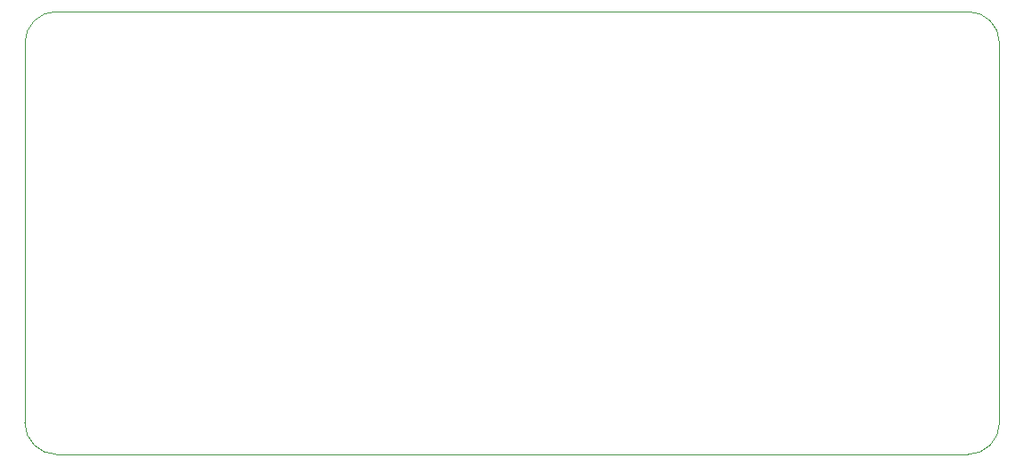
<source format=gbr>
%TF.GenerationSoftware,KiCad,Pcbnew,7.0.2*%
%TF.CreationDate,2023-08-12T01:35:25+09:00*%
%TF.ProjectId,Pmod_Matrix256,506d6f64-5f4d-4617-9472-69783235362e,rev?*%
%TF.SameCoordinates,Original*%
%TF.FileFunction,Profile,NP*%
%FSLAX46Y46*%
G04 Gerber Fmt 4.6, Leading zero omitted, Abs format (unit mm)*
G04 Created by KiCad (PCBNEW 7.0.2) date 2023-08-12 01:35:25*
%MOMM*%
%LPD*%
G01*
G04 APERTURE LIST*
%TA.AperFunction,Profile*%
%ADD10C,0.100000*%
%TD*%
G04 APERTURE END LIST*
D10*
X96980000Y-93726000D02*
X183563000Y-93726000D01*
X183563000Y-135890000D02*
G75*
G03*
X186563000Y-132890000I0J3000000D01*
G01*
X183563000Y-135890000D02*
X96980000Y-135890000D01*
X93980000Y-132890000D02*
G75*
G03*
X96980000Y-135890000I3000000J0D01*
G01*
X186563000Y-96726000D02*
X186563000Y-132890000D01*
X186563000Y-96726000D02*
G75*
G03*
X183563000Y-93726000I-3000000J0D01*
G01*
X96980000Y-93726000D02*
G75*
G03*
X93980000Y-96726000I0J-3000000D01*
G01*
X93980000Y-132890000D02*
X93980000Y-96726000D01*
M02*

</source>
